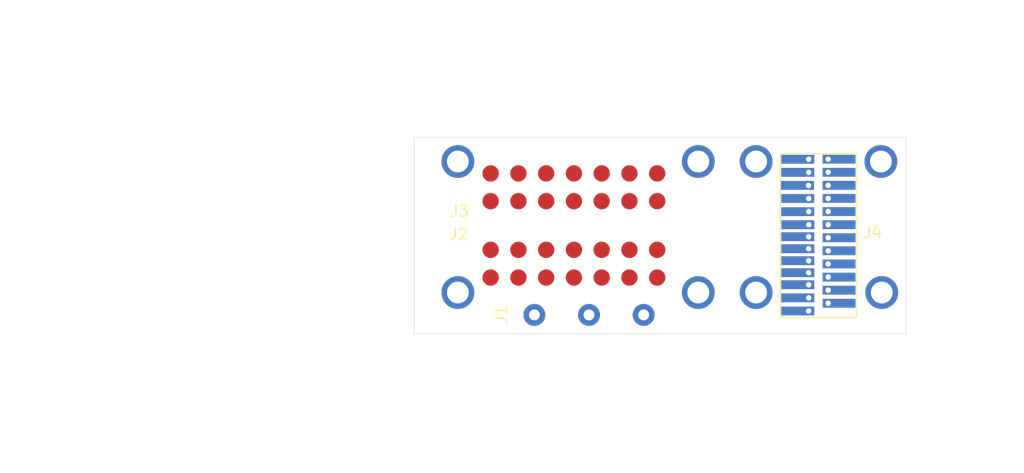
<source format=kicad_pcb>
(kicad_pcb (version 20171130) (host pcbnew 5.1.6-c6e7f7d~87~ubuntu20.04.1)

  (general
    (thickness 1.6)
    (drawings 14)
    (tracks 8)
    (zones 0)
    (modules 4)
    (nets 57)
  )

  (page A4)
  (layers
    (0 F.Cu signal)
    (31 B.Cu signal)
    (32 B.Adhes user)
    (33 F.Adhes user)
    (34 B.Paste user)
    (35 F.Paste user)
    (36 B.SilkS user)
    (37 F.SilkS user)
    (38 B.Mask user)
    (39 F.Mask user)
    (40 Dwgs.User user)
    (41 Cmts.User user)
    (42 Eco1.User user)
    (43 Eco2.User user)
    (44 Edge.Cuts user)
    (45 Margin user)
    (46 B.CrtYd user)
    (47 F.CrtYd user)
    (48 B.Fab user)
    (49 F.Fab user)
  )

  (setup
    (last_trace_width 0.25)
    (trace_clearance 0.2)
    (zone_clearance 0.508)
    (zone_45_only no)
    (trace_min 0.2)
    (via_size 0.8)
    (via_drill 0.4)
    (via_min_size 0.4)
    (via_min_drill 0.3)
    (uvia_size 0.3)
    (uvia_drill 0.1)
    (uvias_allowed no)
    (uvia_min_size 0.2)
    (uvia_min_drill 0.1)
    (edge_width 0.05)
    (segment_width 0.2)
    (pcb_text_width 0.3)
    (pcb_text_size 1.5 1.5)
    (mod_edge_width 0.12)
    (mod_text_size 1 1)
    (mod_text_width 0.15)
    (pad_size 1.524 1.524)
    (pad_drill 0.762)
    (pad_to_mask_clearance 0.05)
    (aux_axis_origin 99.9998 117.99316)
    (visible_elements FFFFFF7F)
    (pcbplotparams
      (layerselection 0x010fc_ffffffff)
      (usegerberextensions false)
      (usegerberattributes true)
      (usegerberadvancedattributes true)
      (creategerberjobfile true)
      (excludeedgelayer true)
      (linewidth 0.100000)
      (plotframeref false)
      (viasonmask false)
      (mode 1)
      (useauxorigin true)
      (hpglpennumber 1)
      (hpglpenspeed 20)
      (hpglpendiameter 15.000000)
      (psnegative false)
      (psa4output false)
      (plotreference true)
      (plotvalue true)
      (plotinvisibletext false)
      (padsonsilk false)
      (subtractmaskfromsilk false)
      (outputformat 1)
      (mirror false)
      (drillshape 0)
      (scaleselection 1)
      (outputdirectory "gerbers/"))
  )

  (net 0 "")
  (net 1 "Net-(J1-Pad1)")
  (net 2 "Net-(J1-Pad2)")
  (net 3 "Net-(J1-Pad3)")
  (net 4 "Net-(J2-Pad14)")
  (net 5 "Net-(J2-Pad13)")
  (net 6 "Net-(J2-Pad12)")
  (net 7 "Net-(J2-Pad11)")
  (net 8 "Net-(J2-Pad10)")
  (net 9 "Net-(J2-Pad9)")
  (net 10 "Net-(J2-Pad8)")
  (net 11 "Net-(J2-Pad7)")
  (net 12 "Net-(J2-Pad6)")
  (net 13 "Net-(J2-Pad5)")
  (net 14 "Net-(J2-Pad4)")
  (net 15 "Net-(J2-Pad3)")
  (net 16 "Net-(J2-Pad2)")
  (net 17 "Net-(J2-Pad1)")
  (net 18 "Net-(J3-Pad1)")
  (net 19 "Net-(J3-Pad2)")
  (net 20 "Net-(J3-Pad3)")
  (net 21 "Net-(J3-Pad4)")
  (net 22 "Net-(J3-Pad5)")
  (net 23 "Net-(J3-Pad6)")
  (net 24 "Net-(J3-Pad7)")
  (net 25 "Net-(J3-Pad8)")
  (net 26 "Net-(J3-Pad9)")
  (net 27 "Net-(J3-Pad10)")
  (net 28 "Net-(J3-Pad11)")
  (net 29 "Net-(J3-Pad12)")
  (net 30 "Net-(J3-Pad13)")
  (net 31 "Net-(J3-Pad14)")
  (net 32 "Net-(J4-Pad2)")
  (net 33 "Net-(J4-Pad1)")
  (net 34 "Net-(J4-Pad4)")
  (net 35 "Net-(J4-Pad3)")
  (net 36 "Net-(J4-Pad5)")
  (net 37 "Net-(J4-Pad6)")
  (net 38 "Net-(J4-Pad9)")
  (net 39 "Net-(J4-Pad12)")
  (net 40 "Net-(J4-Pad10)")
  (net 41 "Net-(J4-Pad8)")
  (net 42 "Net-(J4-Pad11)")
  (net 43 "Net-(J4-Pad7)")
  (net 44 "Net-(J4-Pad13)")
  (net 45 "Net-(J4-Pad14)")
  (net 46 "Net-(J4-Pad15)")
  (net 47 "Net-(J4-Pad16)")
  (net 48 "Net-(J4-Pad17)")
  (net 49 "Net-(J4-Pad18)")
  (net 50 "Net-(J4-Pad19)")
  (net 51 "Net-(J4-Pad20)")
  (net 52 "Net-(J4-Pad21)")
  (net 53 "Net-(J4-Pad22)")
  (net 54 "Net-(J4-Pad23)")
  (net 55 "Net-(J4-Pad24)")
  (net 56 "Net-(J4-Pad25)")

  (net_class Default "This is the default net class."
    (clearance 0.2)
    (trace_width 0.25)
    (via_dia 0.8)
    (via_drill 0.4)
    (uvia_dia 0.3)
    (uvia_drill 0.1)
    (add_net "Net-(J1-Pad1)")
    (add_net "Net-(J1-Pad2)")
    (add_net "Net-(J1-Pad3)")
    (add_net "Net-(J2-Pad1)")
    (add_net "Net-(J2-Pad10)")
    (add_net "Net-(J2-Pad11)")
    (add_net "Net-(J2-Pad12)")
    (add_net "Net-(J2-Pad13)")
    (add_net "Net-(J2-Pad14)")
    (add_net "Net-(J2-Pad2)")
    (add_net "Net-(J2-Pad3)")
    (add_net "Net-(J2-Pad4)")
    (add_net "Net-(J2-Pad5)")
    (add_net "Net-(J2-Pad6)")
    (add_net "Net-(J2-Pad7)")
    (add_net "Net-(J2-Pad8)")
    (add_net "Net-(J2-Pad9)")
    (add_net "Net-(J3-Pad1)")
    (add_net "Net-(J3-Pad10)")
    (add_net "Net-(J3-Pad11)")
    (add_net "Net-(J3-Pad12)")
    (add_net "Net-(J3-Pad13)")
    (add_net "Net-(J3-Pad14)")
    (add_net "Net-(J3-Pad2)")
    (add_net "Net-(J3-Pad3)")
    (add_net "Net-(J3-Pad4)")
    (add_net "Net-(J3-Pad5)")
    (add_net "Net-(J3-Pad6)")
    (add_net "Net-(J3-Pad7)")
    (add_net "Net-(J3-Pad8)")
    (add_net "Net-(J3-Pad9)")
    (add_net "Net-(J4-Pad1)")
    (add_net "Net-(J4-Pad10)")
    (add_net "Net-(J4-Pad11)")
    (add_net "Net-(J4-Pad12)")
    (add_net "Net-(J4-Pad13)")
    (add_net "Net-(J4-Pad14)")
    (add_net "Net-(J4-Pad15)")
    (add_net "Net-(J4-Pad16)")
    (add_net "Net-(J4-Pad17)")
    (add_net "Net-(J4-Pad18)")
    (add_net "Net-(J4-Pad19)")
    (add_net "Net-(J4-Pad2)")
    (add_net "Net-(J4-Pad20)")
    (add_net "Net-(J4-Pad21)")
    (add_net "Net-(J4-Pad22)")
    (add_net "Net-(J4-Pad23)")
    (add_net "Net-(J4-Pad24)")
    (add_net "Net-(J4-Pad25)")
    (add_net "Net-(J4-Pad3)")
    (add_net "Net-(J4-Pad4)")
    (add_net "Net-(J4-Pad5)")
    (add_net "Net-(J4-Pad6)")
    (add_net "Net-(J4-Pad7)")
    (add_net "Net-(J4-Pad8)")
    (add_net "Net-(J4-Pad9)")
  )

  (module interface_down_left_side_arm:interfaces_down_with_pogo_pins (layer F.Cu) (tedit 62891C97) (tstamp 62898132)
    (at 107 110.3)
    (path /62899571)
    (fp_text reference J2 (at -2.92096 -1.41528) (layer F.SilkS)
      (effects (font (size 1 1) (thickness 0.15)))
    )
    (fp_text value Conn_02x07_Counter_Clockwise (at -32.93868 4.8128 180) (layer F.Fab)
      (effects (font (size 1 1) (thickness 0.15)))
    )
    (pad 14 smd circle (at 15.24 2.54) (size 1.5 1.5) (layers F.Cu F.Paste F.Mask)
      (net 4 "Net-(J2-Pad14)"))
    (pad 13 smd circle (at 12.7 2.54) (size 1.5 1.5) (layers F.Cu F.Paste F.Mask)
      (net 5 "Net-(J2-Pad13)"))
    (pad 12 smd circle (at 10.16 2.54) (size 1.5 1.5) (layers F.Cu F.Paste F.Mask)
      (net 6 "Net-(J2-Pad12)"))
    (pad 11 smd circle (at 7.62 2.54) (size 1.5 1.5) (layers F.Cu F.Paste F.Mask)
      (net 7 "Net-(J2-Pad11)"))
    (pad 10 smd circle (at 5.08 2.54) (size 1.5 1.5) (layers F.Cu F.Paste F.Mask)
      (net 8 "Net-(J2-Pad10)"))
    (pad 9 smd circle (at 2.54 2.54) (size 1.5 1.5) (layers F.Cu F.Paste F.Mask)
      (net 9 "Net-(J2-Pad9)"))
    (pad 8 smd circle (at 0 2.54) (size 1.5 1.5) (layers F.Cu F.Paste F.Mask)
      (net 10 "Net-(J2-Pad8)"))
    (pad 7 smd circle (at 15.24 0) (size 1.5 1.5) (layers F.Cu F.Paste F.Mask)
      (net 11 "Net-(J2-Pad7)"))
    (pad 6 smd circle (at 12.7 0) (size 1.5 1.5) (layers F.Cu F.Paste F.Mask)
      (net 12 "Net-(J2-Pad6)"))
    (pad 5 smd circle (at 10.16 0) (size 1.5 1.5) (layers F.Cu F.Paste F.Mask)
      (net 13 "Net-(J2-Pad5)"))
    (pad 4 smd circle (at 7.62 0) (size 1.5 1.5) (layers F.Cu F.Paste F.Mask)
      (net 14 "Net-(J2-Pad4)"))
    (pad 3 smd circle (at 5.08 0) (size 1.5 1.5) (layers F.Cu F.Paste F.Mask)
      (net 15 "Net-(J2-Pad3)"))
    (pad 2 smd circle (at 2.54 0) (size 1.5 1.5) (layers F.Cu F.Paste F.Mask)
      (net 16 "Net-(J2-Pad2)"))
    (pad 1 smd circle (at 0 0) (size 1.5 1.5) (layers F.Cu F.Paste F.Mask)
      (net 17 "Net-(J2-Pad1)"))
  )

  (module interface_down_left_side_arm:interfaces_down_with_pogo_pins (layer F.Cu) (tedit 62891C97) (tstamp 62898144)
    (at 107 103.3)
    (path /62898B90)
    (fp_text reference J3 (at -2.84476 3.47144) (layer F.SilkS)
      (effects (font (size 1 1) (thickness 0.15)))
    )
    (fp_text value Conn_02x07_Counter_Clockwise (at -32.30876 9.42012) (layer F.Fab)
      (effects (font (size 1 1) (thickness 0.15)))
    )
    (pad 1 smd circle (at 0 0) (size 1.5 1.5) (layers F.Cu F.Paste F.Mask)
      (net 18 "Net-(J3-Pad1)"))
    (pad 2 smd circle (at 2.54 0) (size 1.5 1.5) (layers F.Cu F.Paste F.Mask)
      (net 19 "Net-(J3-Pad2)"))
    (pad 3 smd circle (at 5.08 0) (size 1.5 1.5) (layers F.Cu F.Paste F.Mask)
      (net 20 "Net-(J3-Pad3)"))
    (pad 4 smd circle (at 7.62 0) (size 1.5 1.5) (layers F.Cu F.Paste F.Mask)
      (net 21 "Net-(J3-Pad4)"))
    (pad 5 smd circle (at 10.16 0) (size 1.5 1.5) (layers F.Cu F.Paste F.Mask)
      (net 22 "Net-(J3-Pad5)"))
    (pad 6 smd circle (at 12.7 0) (size 1.5 1.5) (layers F.Cu F.Paste F.Mask)
      (net 23 "Net-(J3-Pad6)"))
    (pad 7 smd circle (at 15.24 0) (size 1.5 1.5) (layers F.Cu F.Paste F.Mask)
      (net 24 "Net-(J3-Pad7)"))
    (pad 8 smd circle (at 0 2.54) (size 1.5 1.5) (layers F.Cu F.Paste F.Mask)
      (net 25 "Net-(J3-Pad8)"))
    (pad 9 smd circle (at 2.54 2.54) (size 1.5 1.5) (layers F.Cu F.Paste F.Mask)
      (net 26 "Net-(J3-Pad9)"))
    (pad 10 smd circle (at 5.08 2.54) (size 1.5 1.5) (layers F.Cu F.Paste F.Mask)
      (net 27 "Net-(J3-Pad10)"))
    (pad 11 smd circle (at 7.62 2.54) (size 1.5 1.5) (layers F.Cu F.Paste F.Mask)
      (net 28 "Net-(J3-Pad11)"))
    (pad 12 smd circle (at 10.16 2.54) (size 1.5 1.5) (layers F.Cu F.Paste F.Mask)
      (net 29 "Net-(J3-Pad12)"))
    (pad 13 smd circle (at 12.7 2.54) (size 1.5 1.5) (layers F.Cu F.Paste F.Mask)
      (net 30 "Net-(J3-Pad13)"))
    (pad 14 smd circle (at 15.24 2.54) (size 1.5 1.5) (layers F.Cu F.Paste F.Mask)
      (net 31 "Net-(J3-Pad14)"))
  )

  (module interface_down_left_side_arm:cable_interface_25_pins_footprint (layer F.Cu) (tedit 6288F587) (tstamp 62898165)
    (at 140.5 101.5)
    (path /6289AAD1)
    (fp_text reference J4 (at 1.44536 7.22216) (layer F.SilkS)
      (effects (font (size 1 1) (thickness 0.15)))
    )
    (fp_text value Conn_01x25 (at -64.86388 8.44644) (layer F.Fab)
      (effects (font (size 1 1) (thickness 0.15)))
    )
    (fp_line (start -7 0) (end 0 0) (layer F.SilkS) (width 0.12))
    (fp_line (start -7 15) (end -7 0) (layer F.SilkS) (width 0.12))
    (fp_line (start 0 15) (end -7 15) (layer F.SilkS) (width 0.12))
    (fp_line (start 0 0) (end 0 15) (layer F.SilkS) (width 0.12))
    (pad 2 thru_hole rect (at -4.4 1.7) (size 3 0.8) (drill 0.5 (offset -1 0)) (layers *.Cu *.Mask)
      (net 32 "Net-(J4-Pad2)"))
    (pad 1 thru_hole rect (at -4.4 0.5) (size 3 0.8) (drill 0.5 (offset -1 0)) (layers *.Cu *.Mask)
      (net 33 "Net-(J4-Pad1)"))
    (pad 4 thru_hole rect (at -4.4 4.1) (size 3 0.8) (drill 0.5 (offset -1 0)) (layers *.Cu *.Mask)
      (net 34 "Net-(J4-Pad4)"))
    (pad 3 thru_hole rect (at -4.42 2.9) (size 3 0.8) (drill 0.5 (offset -1 0)) (layers *.Cu *.Mask)
      (net 35 "Net-(J4-Pad3)"))
    (pad 5 thru_hole rect (at -4.4 5.3) (size 3 0.8) (drill 0.5 (offset -1 0)) (layers *.Cu *.Mask)
      (net 36 "Net-(J4-Pad5)"))
    (pad 6 thru_hole rect (at -4.3942 6.5) (size 3 0.8) (drill 0.5 (offset -1 0)) (layers *.Cu *.Mask)
      (net 37 "Net-(J4-Pad6)"))
    (pad 9 thru_hole rect (at -4.4 9.8) (size 3 0.8) (drill 0.5 (offset -1 0)) (layers *.Cu *.Mask)
      (net 38 "Net-(J4-Pad9)"))
    (pad 12 thru_hole rect (at -4.4 13.2) (size 3 0.8) (drill 0.5 (offset -1 0)) (layers *.Cu *.Mask)
      (net 39 "Net-(J4-Pad12)"))
    (pad 10 thru_hole rect (at -4.4 10.9) (size 3 0.8) (drill 0.5 (offset -1 0)) (layers *.Cu *.Mask)
      (net 40 "Net-(J4-Pad10)"))
    (pad 8 thru_hole rect (at -4.4 8.7) (size 3 0.8) (drill 0.5 (offset -1 0)) (layers *.Cu *.Mask)
      (net 41 "Net-(J4-Pad8)"))
    (pad 11 thru_hole rect (at -4.4 12) (size 3 0.8) (drill 0.5 (offset -1 0)) (layers *.Cu *.Mask)
      (net 42 "Net-(J4-Pad11)"))
    (pad 7 thru_hole rect (at -4.4 7.6) (size 3 0.8) (drill 0.5 (offset -1 0)) (layers *.Cu *.Mask)
      (net 43 "Net-(J4-Pad7)"))
    (pad 13 thru_hole rect (at -4.4 14.4) (size 3 0.8) (drill 0.5 (offset -1 0)) (layers *.Cu *.Mask)
      (net 44 "Net-(J4-Pad13)"))
    (pad 14 thru_hole rect (at -2.61366 0.49276 180) (size 3 0.8) (drill 0.5 (offset -1 0)) (layers *.Cu *.Mask)
      (net 45 "Net-(J4-Pad14)"))
    (pad 15 thru_hole rect (at -2.61366 1.69276 180) (size 3 0.8) (drill 0.5 (offset -1 0)) (layers *.Cu *.Mask)
      (net 46 "Net-(J4-Pad15)"))
    (pad 16 thru_hole rect (at -2.61366 2.89276 180) (size 3 0.8) (drill 0.5 (offset -1 0)) (layers *.Cu *.Mask)
      (net 47 "Net-(J4-Pad16)"))
    (pad 17 thru_hole rect (at -2.61366 4.09276 180) (size 3 0.8) (drill 0.5 (offset -1 0)) (layers *.Cu *.Mask)
      (net 48 "Net-(J4-Pad17)"))
    (pad 18 thru_hole rect (at -2.61366 5.29276 180) (size 3 0.8) (drill 0.5 (offset -1 0)) (layers *.Cu *.Mask)
      (net 49 "Net-(J4-Pad18)"))
    (pad 19 thru_hole rect (at -2.61366 6.49276 180) (size 3 0.8) (drill 0.5 (offset -1 0)) (layers *.Cu *.Mask)
      (net 50 "Net-(J4-Pad19)"))
    (pad 20 thru_hole rect (at -2.61366 7.69276 180) (size 3 0.8) (drill 0.5 (offset -1 0)) (layers *.Cu *.Mask)
      (net 51 "Net-(J4-Pad20)"))
    (pad 21 thru_hole rect (at -2.61366 8.89276 180) (size 3 0.8) (drill 0.5 (offset -1 0)) (layers *.Cu *.Mask)
      (net 52 "Net-(J4-Pad21)"))
    (pad 22 thru_hole rect (at -2.61366 10.09276 180) (size 3 0.8) (drill 0.5 (offset -1 0)) (layers *.Cu *.Mask)
      (net 53 "Net-(J4-Pad22)"))
    (pad 23 thru_hole rect (at -2.61366 11.29276 180) (size 3 0.8) (drill 0.5 (offset -1 0)) (layers *.Cu *.Mask)
      (net 54 "Net-(J4-Pad23)"))
    (pad 24 thru_hole rect (at -2.61366 12.49276 180) (size 3 0.8) (drill 0.5 (offset -1 0)) (layers *.Cu *.Mask)
      (net 55 "Net-(J4-Pad24)"))
    (pad 25 thru_hole rect (at -2.61366 13.69276 180) (size 3 0.8) (drill 0.5 (offset -1 0)) (layers *.Cu *.Mask)
      (net 56 "Net-(J4-Pad25)"))
  )

  (module interface_down_left_side_arm:switch_end_course (layer F.Cu) (tedit 62892437) (tstamp 628986E5)
    (at 111 116.26088 90)
    (path /62891CC9)
    (fp_text reference J1 (at 0.04572 -2.98904 90) (layer F.SilkS)
      (effects (font (size 1 1) (thickness 0.15)))
    )
    (fp_text value Conn_01x03 (at -1.55956 -35.61788 180) (layer F.Fab)
      (effects (font (size 1 1) (thickness 0.15)))
    )
    (pad 1 thru_hole circle (at 0 0 90) (size 2 2) (drill 1) (layers *.Cu *.Mask)
      (net 1 "Net-(J1-Pad1)"))
    (pad 2 thru_hole circle (at 0 5 90) (size 2 2) (drill 1) (layers *.Cu *.Mask)
      (net 2 "Net-(J1-Pad2)"))
    (pad 3 thru_hole circle (at 0 10 90) (size 2 2) (drill 1) (layers *.Cu *.Mask)
      (net 3 "Net-(J1-Pad3)"))
  )

  (dimension 5.262941 (width 0.15) (layer Dwgs.User)
    (gr_text "5,263 mm" (at 128.688725 106.830301 0.2765218854) (layer Dwgs.User)
      (effects (font (size 1 1) (thickness 0.15)))
    )
    (feature1 (pts (xy 131.29768 102.1588) (xy 131.316721 106.10403)))
    (feature2 (pts (xy 126.0348 102.1842) (xy 126.053841 106.12943)))
    (crossbar (pts (xy 126.051011 105.543016) (xy 131.313891 105.517616)))
    (arrow1a (pts (xy 131.313891 105.517616) (xy 130.190231 106.109467)))
    (arrow1b (pts (xy 131.313891 105.517616) (xy 130.18457 104.936639)))
    (arrow2a (pts (xy 126.051011 105.543016) (xy 127.180332 106.123993)))
    (arrow2b (pts (xy 126.051011 105.543016) (xy 127.174671 104.951165)))
  )
  (dimension 16.88095 (width 0.15) (layer Dwgs.User)
    (gr_text "16,881 mm" (at 134.496565 131.373037 0.2069053161) (layer Dwgs.User)
      (effects (font (size 1 1) (thickness 0.15)))
    )
    (feature1 (pts (xy 142.875 114.17808) (xy 142.934407 130.628981)))
    (feature2 (pts (xy 125.99416 114.23904) (xy 126.053567 130.689941)))
    (crossbar (pts (xy 126.05145 130.103525) (xy 142.93229 130.042565)))
    (arrow1a (pts (xy 142.93229 130.042565) (xy 141.807911 130.63305)))
    (arrow1b (pts (xy 142.93229 130.042565) (xy 141.803676 129.460216)))
    (arrow2a (pts (xy 126.05145 130.103525) (xy 127.180064 130.685874)))
    (arrow2b (pts (xy 126.05145 130.103525) (xy 127.175829 129.51304)))
  )
  (dimension 18.008606 (width 0.15) (layer Dwgs.User)
    (gr_text "18,009 mm" (at 94.290871 108.998773 270.0484872) (layer Dwgs.User)
      (effects (font (size 1 1) (thickness 0.15)))
    )
    (feature1 (pts (xy 100.00996 117.99824) (xy 95.01207 118.00247)))
    (feature2 (pts (xy 99.99472 99.98964) (xy 94.99683 99.99387)))
    (crossbar (pts (xy 95.583251 99.993373) (xy 95.598491 118.001973)))
    (arrow1a (pts (xy 95.598491 118.001973) (xy 95.011117 116.875966)))
    (arrow1b (pts (xy 95.598491 118.001973) (xy 96.183958 116.874973)))
    (arrow2a (pts (xy 95.583251 99.993373) (xy 94.997784 101.120373)))
    (arrow2b (pts (xy 95.583251 99.993373) (xy 96.170625 101.11938)))
  )
  (dimension 2.214973 (width 0.15) (layer Dwgs.User)
    (gr_text "2,215 mm" (at 152.157922 101.025711 -89.47436539) (layer Dwgs.User)
      (effects (font (size 1 1) (thickness 0.15)))
    )
    (feature1 (pts (xy 142.70736 100.00488) (xy 151.434213 99.924817)))
    (feature2 (pts (xy 142.72768 102.21976) (xy 151.454533 102.139697)))
    (crossbar (pts (xy 150.868137 102.145077) (xy 150.847817 99.930197)))
    (arrow1a (pts (xy 150.847817 99.930197) (xy 151.444548 101.051274)))
    (arrow1b (pts (xy 150.847817 99.930197) (xy 150.271755 101.062033)))
    (arrow2a (pts (xy 150.868137 102.145077) (xy 151.444199 101.013241)))
    (arrow2b (pts (xy 150.868137 102.145077) (xy 150.271406 101.024)))
  )
  (dimension 11.58764 (width 0.15) (layer Dwgs.User)
    (gr_text "11,588 mm" (at 137.097867 121.217533 0.3014217498) (layer Dwgs.User)
      (effects (font (size 1 1) (thickness 0.15)))
    )
    (feature1 (pts (xy 142.85468 114.16792) (xy 142.887853 120.473483)))
    (feature2 (pts (xy 131.2672 114.22888) (xy 131.300373 120.534443)))
    (crossbar (pts (xy 131.297288 119.948031) (xy 142.884768 119.887071)))
    (arrow1a (pts (xy 142.884768 119.887071) (xy 141.761365 120.47941)))
    (arrow1b (pts (xy 142.884768 119.887071) (xy 141.755195 119.306585)))
    (arrow2a (pts (xy 131.297288 119.948031) (xy 132.426861 120.528517)))
    (arrow2b (pts (xy 131.297288 119.948031) (xy 132.420691 119.355692)))
  )
  (dimension 12.090554 (width 0.15) (layer Dwgs.User)
    (gr_text "12,091 mm" (at 97.68141 108.215656 -89.71111616) (layer Dwgs.User)
      (effects (font (size 1 1) (thickness 0.15)))
    )
    (feature1 (pts (xy 103.99268 102.13848) (xy 98.3645 102.166857)))
    (feature2 (pts (xy 104.05364 114.22888) (xy 98.42546 114.257257)))
    (crossbar (pts (xy 99.011873 114.254301) (xy 98.950913 102.163901)))
    (arrow1a (pts (xy 98.950913 102.163901) (xy 99.543006 103.287434)))
    (arrow1b (pts (xy 98.950913 102.163901) (xy 98.370179 103.293347)))
    (arrow2a (pts (xy 99.011873 114.254301) (xy 99.592607 113.124855)))
    (arrow2b (pts (xy 99.011873 114.254301) (xy 98.41978 113.130768)))
  )
  (dimension 21.98116 (width 0.15) (layer Dwgs.User)
    (gr_text "21,981 mm" (at 114.9223 94.22432) (layer Dwgs.User)
      (effects (font (size 1 1) (thickness 0.15)))
    )
    (feature1 (pts (xy 103.93172 102.19944) (xy 103.93172 94.937899)))
    (feature2 (pts (xy 125.91288 102.19944) (xy 125.91288 94.937899)))
    (crossbar (pts (xy 125.91288 95.52432) (xy 103.93172 95.52432)))
    (arrow1a (pts (xy 103.93172 95.52432) (xy 105.058224 94.937899)))
    (arrow1b (pts (xy 103.93172 95.52432) (xy 105.058224 96.110741)))
    (arrow2a (pts (xy 125.91288 95.52432) (xy 124.786376 94.937899)))
    (arrow2b (pts (xy 125.91288 95.52432) (xy 124.786376 96.110741)))
  )
  (dimension 4.50596 (width 0.15) (layer Dwgs.User)
    (gr_text "4,506 mm" (at 142.74546 98.1156) (layer Dwgs.User)
      (effects (font (size 1 1) (thickness 0.15)))
    )
    (feature1 (pts (xy 140.49248 102.32136) (xy 140.49248 98.829179)))
    (feature2 (pts (xy 144.99844 102.32136) (xy 144.99844 98.829179)))
    (crossbar (pts (xy 144.99844 99.4156) (xy 140.49248 99.4156)))
    (arrow1a (pts (xy 140.49248 99.4156) (xy 141.618984 98.829179)))
    (arrow1b (pts (xy 140.49248 99.4156) (xy 141.618984 100.002021)))
    (arrow2a (pts (xy 144.99844 99.4156) (xy 143.871936 98.829179)))
    (arrow2b (pts (xy 144.99844 99.4156) (xy 143.871936 100.002021)))
  )
  (dimension 45.080003 (width 0.15) (layer Dwgs.User)
    (gr_text "45,080 mm" (at 122.575013 126.162508 -0.1097618954) (layer Dwgs.User)
      (effects (font (size 1 1) (thickness 0.15)))
    )
    (feature1 (pts (xy 100.0506 118.00332) (xy 100.036419 125.40575)))
    (feature2 (pts (xy 145.13052 118.08968) (xy 145.116339 125.49211)))
    (crossbar (pts (xy 145.117463 124.90569) (xy 100.037543 124.81933)))
    (arrow1a (pts (xy 100.037543 124.81933) (xy 101.165168 124.235068)))
    (arrow1b (pts (xy 100.037543 124.81933) (xy 101.162921 125.407908)))
    (arrow2a (pts (xy 145.117463 124.90569) (xy 143.992085 124.317112)))
    (arrow2b (pts (xy 145.117463 124.90569) (xy 143.989838 125.489952)))
  )
  (dimension 38.003481 (width 0.15) (layer Dwgs.User)
    (gr_text "38,003 mm" (at 126.023109 88.112703 0.01531767896) (layer Dwgs.User)
      (effects (font (size 1 1) (thickness 0.15)))
    )
    (feature1 (pts (xy 145.02892 103.33228) (xy 145.025041 88.821203)))
    (feature2 (pts (xy 107.02544 103.34244) (xy 107.021561 88.831363)))
    (crossbar (pts (xy 107.021717 89.417783) (xy 145.025197 89.407623)))
    (arrow1a (pts (xy 145.025197 89.407623) (xy 143.89885 89.994345)))
    (arrow1b (pts (xy 145.025197 89.407623) (xy 143.898537 88.821503)))
    (arrow2a (pts (xy 107.021717 89.417783) (xy 108.148377 90.003903)))
    (arrow2b (pts (xy 107.021717 89.417783) (xy 108.148064 88.831061)))
  )
  (gr_line (start 145 100) (end 145 118) (layer Edge.Cuts) (width 0.05))
  (gr_line (start 100 100) (end 100 118) (layer Edge.Cuts) (width 0.05))
  (gr_line (start 100 118) (end 145 118) (layer Edge.Cuts) (width 0.05))
  (gr_line (start 100 100) (end 145 100) (layer Edge.Cuts) (width 0.05))

  (via (at 142.71 102.21) (size 3) (drill 2) (layers F.Cu B.Cu) (net 0))
  (via (at 131.29 102.21) (size 3) (drill 2) (layers F.Cu B.Cu) (net 0))
  (via (at 131.29 114.21) (size 3) (drill 2) (layers F.Cu B.Cu) (net 0))
  (via (at 142.79 114.21) (size 3) (drill 2) (layers F.Cu B.Cu) (net 0))
  (via (at 126 102.21) (size 3) (drill 2) (layers F.Cu B.Cu) (net 0) (tstamp 628989DB))
  (via (at 104 102.21) (size 3) (drill 2) (layers F.Cu B.Cu) (net 18) (tstamp 628989DD))
  (via (at 104 114.21) (size 3) (drill 2) (layers F.Cu B.Cu) (net 0) (tstamp 628989DF))
  (via (at 126 114.21) (size 3) (drill 2) (layers F.Cu B.Cu) (net 0) (tstamp 628989E1))

)

</source>
